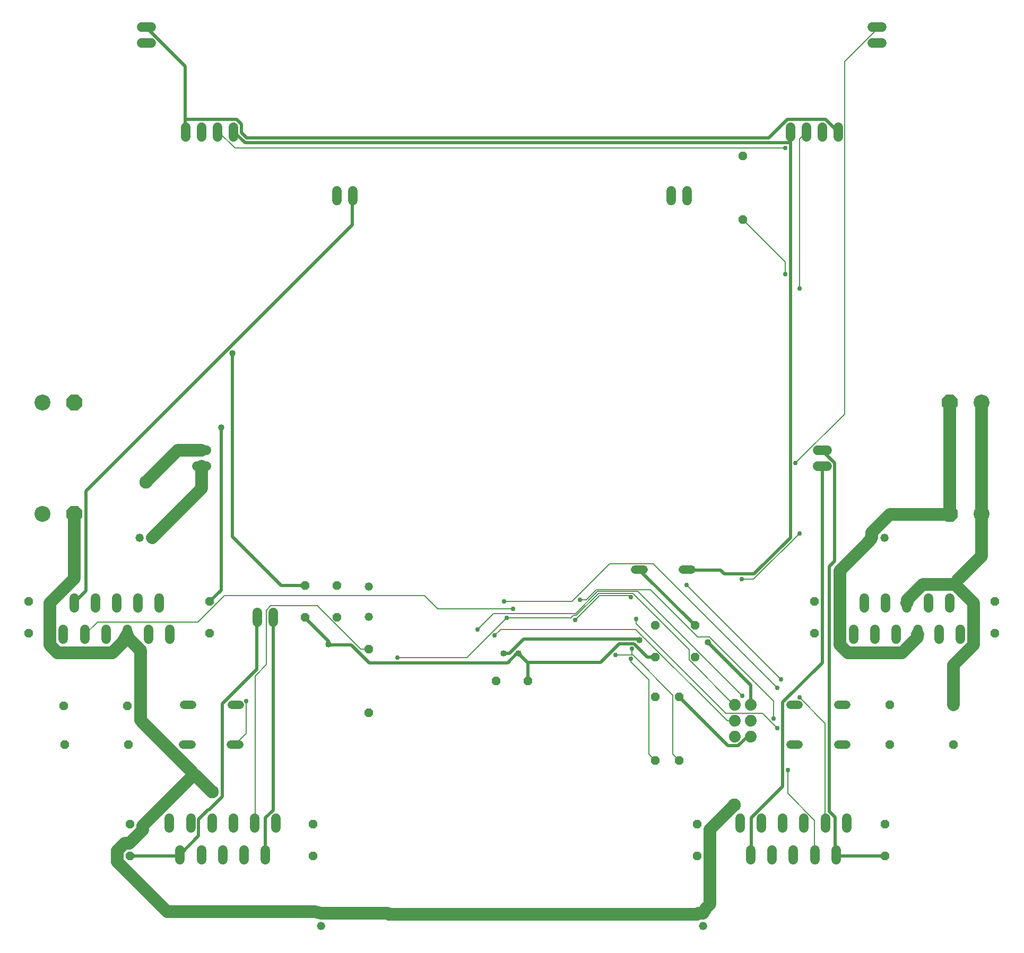
<source format=gbr>
G04 EAGLE Gerber RS-274X export*
G75*
%MOMM*%
%FSLAX34Y34*%
%LPD*%
%INBottom Copper*%
%IPPOS*%
%AMOC8*
5,1,8,0,0,1.08239X$1,22.5*%
G01*
%ADD10P,1.429621X8X22.500000*%
%ADD11P,1.429621X8X202.500000*%
%ADD12C,1.320800*%
%ADD13P,1.429621X8X292.500000*%
%ADD14C,2.540000*%
%ADD15P,2.749271X8X22.500000*%
%ADD16P,1.429621X8X112.500000*%
%ADD17P,2.749271X8X202.500000*%
%ADD18C,1.320800*%
%ADD19C,1.524000*%
%ADD20C,1.879600*%
%ADD21C,0.508000*%
%ADD22C,1.016000*%
%ADD23C,0.152400*%
%ADD24C,0.756400*%
%ADD25C,2.032000*%
%ADD26C,2.095500*%


D10*
X-330200Y-254000D03*
X-279400Y-254000D03*
D11*
X574040Y-127000D03*
D12*
X594360Y-127000D03*
D13*
X482600Y-228600D03*
X482600Y-279400D03*
X770890Y-228600D03*
X770890Y-279400D03*
D14*
X-749300Y-88900D03*
D15*
X-698500Y-88900D03*
D16*
X-304800Y-726440D03*
D12*
X-304800Y-746760D03*
D16*
X-317500Y-635000D03*
X-317500Y-584200D03*
X-609600Y-635000D03*
X-609600Y-584200D03*
D14*
X749300Y-88900D03*
D17*
X698500Y-88900D03*
D16*
X304800Y-726440D03*
D12*
X304800Y-746760D03*
D16*
X595630Y-635000D03*
X595630Y-584200D03*
D10*
X-330200Y-203200D03*
X-279400Y-203200D03*
D16*
X295910Y-635000D03*
X295910Y-584200D03*
X228600Y-317500D03*
X228600Y-266700D03*
X292100Y-317500D03*
X292100Y-266700D03*
D11*
X25400Y-355600D03*
X-25400Y-355600D03*
D14*
X-749300Y88900D03*
D15*
X-698500Y88900D03*
D10*
X-574040Y-127000D03*
D12*
X-594360Y-127000D03*
D13*
X-770890Y-228600D03*
X-770890Y-279400D03*
X-482600Y-228600D03*
X-482600Y-279400D03*
D14*
X749300Y88900D03*
D17*
X698500Y88900D03*
D18*
X209804Y-177800D02*
X196596Y-177800D01*
X272796Y-177800D02*
X286004Y-177800D01*
X-510286Y-393700D02*
X-523494Y-393700D01*
X-447294Y-393700D02*
X-434086Y-393700D01*
X520446Y-393700D02*
X533654Y-393700D01*
X457454Y-393700D02*
X444246Y-393700D01*
X-511556Y-457200D02*
X-524764Y-457200D01*
X-448564Y-457200D02*
X-435356Y-457200D01*
X520446Y-457200D02*
X533654Y-457200D01*
X457454Y-457200D02*
X444246Y-457200D01*
D19*
X-487680Y-12700D02*
X-502920Y-12700D01*
X-502920Y12700D02*
X-487680Y12700D01*
X520700Y513080D02*
X520700Y528320D01*
X495300Y528320D02*
X495300Y513080D01*
X469900Y513080D02*
X469900Y528320D01*
X444500Y528320D02*
X444500Y513080D01*
X-575310Y662900D02*
X-590550Y662900D01*
X-590550Y688300D02*
X-575310Y688300D01*
X575310Y662900D02*
X590550Y662900D01*
X590550Y688300D02*
X575310Y688300D01*
X-254000Y426720D02*
X-254000Y411480D01*
X-279400Y411480D02*
X-279400Y426720D01*
X254000Y426720D02*
X254000Y411480D01*
X279400Y411480D02*
X279400Y426720D01*
X-381000Y-246380D02*
X-381000Y-261620D01*
X-406400Y-261620D02*
X-406400Y-246380D01*
X487680Y12700D02*
X502920Y12700D01*
X502920Y-12700D02*
X487680Y-12700D01*
X-715835Y-273558D02*
X-715835Y-288798D01*
X-698817Y-238252D02*
X-698817Y-223012D01*
X-681799Y-273558D02*
X-681799Y-288798D01*
X-664781Y-238252D02*
X-664781Y-223012D01*
X-647763Y-273558D02*
X-647763Y-288798D01*
X-613727Y-288798D02*
X-613727Y-273558D01*
X-579691Y-273558D02*
X-579691Y-288798D01*
X-545655Y-288798D02*
X-545655Y-273558D01*
X-630745Y-238252D02*
X-630745Y-223012D01*
X-596709Y-223012D02*
X-596709Y-238252D01*
X-562673Y-238252D02*
X-562673Y-223012D01*
X545275Y-273558D02*
X545275Y-288798D01*
X562293Y-238252D02*
X562293Y-223012D01*
X579311Y-273558D02*
X579311Y-288798D01*
X596329Y-238252D02*
X596329Y-223012D01*
X613347Y-273558D02*
X613347Y-288798D01*
X647383Y-288798D02*
X647383Y-273558D01*
X681419Y-273558D02*
X681419Y-288798D01*
X715455Y-288798D02*
X715455Y-273558D01*
X630365Y-238252D02*
X630365Y-223012D01*
X664401Y-223012D02*
X664401Y-238252D01*
X698437Y-238252D02*
X698437Y-223012D01*
X-376365Y-574802D02*
X-376365Y-590042D01*
X-393383Y-625348D02*
X-393383Y-640588D01*
X-410401Y-590042D02*
X-410401Y-574802D01*
X-427419Y-625348D02*
X-427419Y-640588D01*
X-444437Y-590042D02*
X-444437Y-574802D01*
X-478473Y-574802D02*
X-478473Y-590042D01*
X-512509Y-590042D02*
X-512509Y-574802D01*
X-546545Y-574802D02*
X-546545Y-590042D01*
X-461455Y-625348D02*
X-461455Y-640588D01*
X-495491Y-640588D02*
X-495491Y-625348D01*
X-529527Y-625348D02*
X-529527Y-640588D01*
X534225Y-590042D02*
X534225Y-574802D01*
X517207Y-625348D02*
X517207Y-640588D01*
X500189Y-590042D02*
X500189Y-574802D01*
X483171Y-625348D02*
X483171Y-640588D01*
X466153Y-590042D02*
X466153Y-574802D01*
X432117Y-574802D02*
X432117Y-590042D01*
X398081Y-590042D02*
X398081Y-574802D01*
X364045Y-574802D02*
X364045Y-590042D01*
X449135Y-625348D02*
X449135Y-640588D01*
X415099Y-640588D02*
X415099Y-625348D01*
X381063Y-625348D02*
X381063Y-640588D01*
D13*
X228600Y-381000D03*
X228600Y-482600D03*
D11*
X-613410Y-394970D03*
X-715010Y-394970D03*
D13*
X-228600Y-304800D03*
X-228600Y-406400D03*
D10*
X603250Y-393700D03*
X704850Y-393700D03*
D11*
X-612140Y-457200D03*
X-713740Y-457200D03*
D10*
X603250Y-457200D03*
X704850Y-457200D03*
D16*
X266700Y-482600D03*
X266700Y-381000D03*
D13*
X368300Y482600D03*
X368300Y381000D03*
D19*
X-520700Y513080D02*
X-520700Y528320D01*
X-495300Y528320D02*
X-495300Y513080D01*
X-469900Y513080D02*
X-469900Y528320D01*
X-444500Y528320D02*
X-444500Y513080D01*
D12*
X-228600Y-252730D03*
X-228600Y-204470D03*
D20*
X355600Y-393700D03*
X381000Y-393700D03*
X355600Y-419100D03*
X381000Y-419100D03*
X355600Y-444500D03*
X381000Y-444500D03*
D21*
X-3810Y-310896D02*
X-13716Y-310896D01*
X-3810Y-310896D02*
X19050Y-288036D01*
X201168Y-288036D01*
X203454Y-290322D01*
X381000Y-361950D02*
X381000Y-393700D01*
X381000Y-361950D02*
X312420Y-293370D01*
X291846Y-266700D02*
X203454Y-178308D01*
X203200Y-177800D01*
X291846Y-266700D02*
X292100Y-266700D01*
D22*
X-13716Y-310896D03*
X203454Y-290322D03*
X312420Y-293370D03*
D23*
X189738Y-320040D02*
X189738Y-324612D01*
X218694Y-353568D01*
X218694Y-472440D01*
X228600Y-482346D01*
X228600Y-482600D01*
D24*
X189738Y-320040D03*
D21*
X-254508Y372618D02*
X-254508Y419100D01*
X-254508Y372618D02*
X-679704Y-52578D01*
X-679704Y-211074D01*
X-698754Y-230124D01*
X-254508Y419100D02*
X-254000Y419100D01*
X-698754Y-230124D02*
X-698817Y-230632D01*
X-464058Y-210312D02*
X-464058Y49530D01*
X-464058Y-210312D02*
X-482346Y-228600D01*
X-482600Y-228600D01*
D22*
X-464058Y49530D03*
D21*
X-381000Y-254000D02*
X-381000Y-561594D01*
X-393192Y-573786D01*
X-393192Y-632460D01*
X-393383Y-632968D01*
X-531114Y-634746D02*
X-609600Y-634746D01*
X-531114Y-634746D02*
X-529590Y-633222D01*
X-609600Y-634746D02*
X-609600Y-635000D01*
X-529590Y-633222D02*
X-529527Y-632968D01*
X-406908Y-336804D02*
X-406908Y-254508D01*
X-406908Y-336804D02*
X-461772Y-391668D01*
X-461772Y-539496D01*
X-483108Y-560832D01*
X-484632Y-560832D01*
X-499872Y-576072D01*
X-499872Y-602742D01*
X-528066Y-630936D01*
X-406908Y-254508D02*
X-406400Y-254000D01*
X-528066Y-630936D02*
X-529527Y-632968D01*
X518922Y-634746D02*
X595122Y-634746D01*
X518922Y-634746D02*
X517398Y-633222D01*
X595122Y-634746D02*
X595630Y-635000D01*
X517398Y-633222D02*
X517207Y-632968D01*
X515112Y-7620D02*
X495300Y12192D01*
X515112Y-7620D02*
X515112Y-163830D01*
X506730Y-172212D01*
X506730Y-563880D01*
X515874Y-573024D01*
X515874Y-630936D01*
X495300Y12192D02*
X495300Y12700D01*
X515874Y-630936D02*
X517207Y-632968D01*
X495300Y-326136D02*
X495300Y-12700D01*
X495300Y-326136D02*
X432054Y-389382D01*
X432054Y-523494D01*
X381762Y-573786D01*
X381762Y-632460D01*
X381063Y-632968D01*
D23*
X1524Y-240030D02*
X-118110Y-240030D01*
X-139446Y-218694D01*
X-458724Y-218694D01*
X-501396Y-261366D01*
X-661416Y-261366D01*
X-681228Y-281178D01*
X-681799Y-281178D01*
D24*
X1524Y-240030D03*
D23*
X-12192Y-228600D02*
X96012Y-228600D01*
X156210Y-168402D01*
X225552Y-168402D01*
X423672Y-366522D01*
D24*
X-12192Y-228600D03*
X423672Y-366522D03*
D23*
X94488Y-254508D02*
X-8382Y-254508D01*
X94488Y-254508D02*
X98298Y-250698D01*
X102870Y-250698D01*
X137922Y-215646D01*
X192786Y-215646D01*
X282702Y-305562D01*
X282702Y-321564D01*
X355092Y-393954D01*
X355600Y-393700D01*
X-71628Y-317754D02*
X-182880Y-317754D01*
X-71628Y-317754D02*
X-8382Y-254508D01*
D24*
X-8382Y-254508D03*
X-182880Y-317754D03*
D23*
X-409956Y-347472D02*
X-409956Y-582168D01*
X-409956Y-347472D02*
X-391668Y-329184D01*
X-391668Y-242316D01*
X-384810Y-235458D01*
X-310896Y-235458D01*
X-241554Y-304800D01*
X-228600Y-304800D01*
X-409956Y-582168D02*
X-410401Y-582422D01*
X343662Y-419100D02*
X355600Y-419100D01*
X343662Y-419100D02*
X197358Y-272796D01*
X-17526Y-272796D01*
X-27432Y-282702D01*
D24*
X-27432Y-282702D03*
D23*
X-423672Y-387096D02*
X-423672Y-438912D01*
X-441960Y-457200D01*
X201168Y-212598D02*
X367284Y-378714D01*
X201168Y-212598D02*
X136398Y-212598D01*
X101346Y-247650D01*
X-29718Y-247650D01*
X-54864Y-272796D01*
D24*
X-423672Y-387096D03*
X367284Y-378714D03*
X-54864Y-272796D03*
D23*
X108204Y-225552D02*
X118872Y-225552D01*
X134874Y-209550D01*
X220980Y-209550D01*
X296418Y-284988D01*
X315468Y-284988D01*
X417576Y-387096D01*
X417576Y-415290D01*
X440436Y-497586D02*
X440436Y-534924D01*
X483108Y-577596D01*
X483108Y-632460D01*
X483171Y-632968D01*
D24*
X108204Y-225552D03*
X417576Y-415290D03*
X440436Y-497586D03*
D23*
X429768Y-352806D02*
X278892Y-201930D01*
X458724Y-381762D02*
X499872Y-422910D01*
X499872Y-582168D01*
X500189Y-582422D01*
D24*
X278892Y-201930D03*
X429768Y-352806D03*
X458724Y-381762D03*
D23*
X198120Y-263652D02*
X198120Y-256032D01*
X198120Y-263652D02*
X341376Y-406908D01*
X400050Y-406908D01*
X423672Y-430530D01*
D24*
X198120Y-256032D03*
X423672Y-430530D03*
D23*
X385572Y-192786D02*
X366522Y-192786D01*
X385572Y-192786D02*
X458724Y-119634D01*
X458724Y271272D02*
X458724Y509778D01*
X469392Y520446D01*
X469900Y520700D01*
X-467106Y520446D02*
X-469392Y520446D01*
X-467106Y520446D02*
X-441960Y495300D01*
X435864Y495300D01*
X-469392Y520446D02*
X-469900Y520700D01*
D24*
X366522Y-192786D03*
X458724Y-119634D03*
X458724Y271272D03*
X435864Y495300D03*
D21*
X332994Y-178308D02*
X279654Y-178308D01*
X332994Y-178308D02*
X339090Y-184404D01*
X386334Y-184404D01*
X444246Y-126492D01*
X444246Y503682D02*
X444246Y520446D01*
X444246Y503682D02*
X444246Y-126492D01*
X279654Y-178308D02*
X279400Y-177800D01*
X444246Y520446D02*
X444500Y520700D01*
X-442722Y520446D02*
X-444246Y520446D01*
X-442722Y520446D02*
X-425958Y503682D01*
X444246Y503682D01*
X-444246Y520446D02*
X-444500Y520700D01*
D23*
X191262Y-313944D02*
X192786Y-313944D01*
X191262Y-313944D02*
X165354Y-313944D01*
X192786Y-313944D02*
X256794Y-377952D01*
X256794Y-472440D01*
X266700Y-482346D01*
X266700Y-482600D01*
X582930Y685038D02*
X582930Y688300D01*
X582930Y685038D02*
X531114Y633222D01*
X531114Y70866D01*
X452628Y-7620D01*
X191262Y-304038D02*
X191262Y-313944D01*
D24*
X165354Y-313944D03*
X452628Y-7620D03*
X191262Y-304038D03*
D23*
X139446Y-218694D02*
X100584Y-257556D01*
X139446Y-218694D02*
X186690Y-218694D01*
X189738Y-221742D01*
X435864Y294132D02*
X435864Y313944D01*
X368808Y381000D01*
X368300Y381000D01*
D24*
X100584Y-257556D03*
X189738Y-221742D03*
X435864Y294132D03*
D21*
X-292608Y-291846D02*
X-292608Y-297180D01*
X-292608Y-291846D02*
X-329946Y-254508D01*
X-330200Y-254000D01*
X25146Y-326136D02*
X25146Y-355092D01*
X25146Y-326136D02*
X9906Y-310896D01*
X25146Y-355092D02*
X25400Y-355600D01*
X374904Y-445008D02*
X381000Y-445008D01*
X374904Y-445008D02*
X361188Y-458724D01*
X344424Y-458724D01*
X266700Y-381000D01*
X381000Y-444500D02*
X381000Y-445008D01*
X141732Y-325374D02*
X27432Y-325374D01*
X141732Y-325374D02*
X171450Y-295656D01*
X195072Y-295656D01*
X216408Y-316992D01*
X228600Y-316992D01*
X27432Y-325374D02*
X25146Y-326136D01*
X228600Y-317500D02*
X228600Y-316992D01*
X-256032Y-297942D02*
X-290322Y-297942D01*
X-256032Y-297942D02*
X-227838Y-326136D01*
X-6858Y-326136D01*
X7620Y-311658D01*
X-290322Y-297942D02*
X-292608Y-297180D01*
X7620Y-311658D02*
X9906Y-310896D01*
X-521208Y541020D02*
X-521208Y626364D01*
X-521208Y541020D02*
X-521208Y521208D01*
X-521208Y626364D02*
X-582930Y688086D01*
X-521208Y521208D02*
X-520700Y520700D01*
X-582930Y688086D02*
X-582930Y688300D01*
X500634Y541020D02*
X520446Y521208D01*
X500634Y541020D02*
X439674Y541020D01*
X409956Y511302D01*
X-422910Y511302D01*
X-432054Y520446D01*
X-432054Y533400D01*
X-439674Y541020D01*
X-521208Y541020D01*
X520446Y521208D02*
X520700Y520700D01*
X-330708Y-202692D02*
X-368046Y-202692D01*
X-445770Y-124968D01*
X-445770Y167640D01*
X-330708Y-202692D02*
X-330200Y-203200D01*
D22*
X-292608Y-297180D03*
X9906Y-310896D03*
X-445770Y167640D03*
D25*
X704850Y-329946D02*
X704850Y-393700D01*
X704850Y-329946D02*
X736854Y-297942D01*
X736854Y-230886D01*
X707136Y-201168D01*
X655320Y-201168D01*
X630936Y-225552D01*
X630936Y-230124D01*
X630365Y-230632D01*
X749046Y-156210D02*
X749046Y-89154D01*
X749046Y-156210D02*
X712470Y-192786D01*
X749046Y-89154D02*
X749300Y-88900D01*
X712470Y-192786D02*
X707136Y-201168D01*
X749046Y-79248D02*
X749046Y88392D01*
X749300Y88900D01*
X749046Y-79248D02*
X749300Y-88900D01*
D26*
X-584200Y-38100D03*
D25*
X-533400Y12700D01*
X-495300Y12700D01*
X-592836Y-418338D02*
X-506730Y-504444D01*
X-478536Y-532638D01*
X-592836Y-418338D02*
X-592836Y-306324D01*
X-613410Y-285750D01*
X-613410Y-281178D01*
X-613727Y-281178D01*
X-698754Y-192024D02*
X-698754Y-89154D01*
X-698754Y-192024D02*
X-737616Y-230886D01*
X-737616Y-297942D01*
X-725424Y-310134D01*
X-637794Y-310134D01*
X-620268Y-292608D01*
X-698754Y-89154D02*
X-698500Y-88900D01*
X-613727Y-281178D02*
X-620268Y-292608D01*
X573786Y-126492D02*
X573786Y-118110D01*
X602742Y-89154D01*
X697992Y-89154D01*
X574040Y-127000D02*
X573786Y-126492D01*
X697992Y-89154D02*
X698500Y-88900D01*
X646938Y-281178D02*
X646938Y-285750D01*
X622554Y-310134D01*
X535686Y-310134D01*
X523494Y-297942D01*
X523494Y-179070D01*
X567690Y-134874D01*
X646938Y-281178D02*
X647383Y-281178D01*
X567690Y-134874D02*
X574040Y-127000D01*
X698754Y-79248D02*
X698754Y88392D01*
X698500Y88900D01*
X698754Y-79248D02*
X698500Y-88900D01*
X-198120Y-726186D02*
X-304800Y-726186D01*
X-198120Y-726186D02*
X-196596Y-727710D01*
X295656Y-727710D01*
X297180Y-726186D01*
X304800Y-726186D01*
X-304800Y-726186D02*
X-304800Y-726440D01*
X304800Y-726186D02*
X304800Y-726440D01*
X316230Y-592074D02*
X355092Y-553212D01*
X316230Y-592074D02*
X316230Y-711708D01*
X310134Y-717804D01*
X304800Y-726186D01*
X-506730Y-504444D02*
X-589026Y-586740D01*
X-589026Y-592836D01*
X-610362Y-614172D01*
X-617982Y-614172D01*
X-630174Y-626364D01*
X-630174Y-643890D01*
X-550164Y-723900D01*
X-314706Y-723900D01*
X-304800Y-726186D01*
D26*
X-478536Y-532638D03*
X355092Y-553212D03*
D25*
X-495300Y-48260D02*
X-574040Y-127000D01*
X-495300Y-48260D02*
X-495300Y-12700D01*
M02*

</source>
